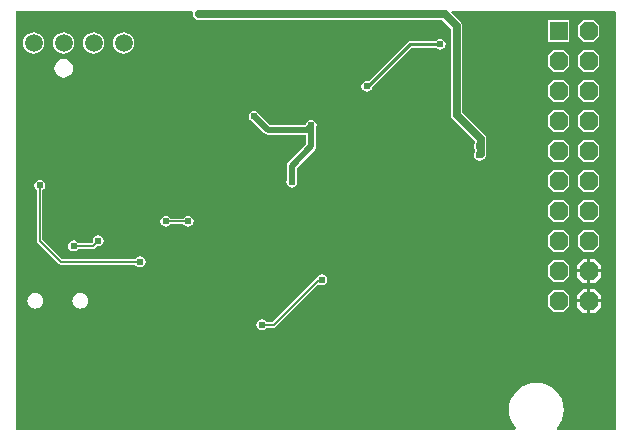
<source format=gbl>
%FSLAX25Y25*%
%MOIN*%
G70*
G01*
G75*
G04 Layer_Physical_Order=2*
G04 Layer_Color=16711680*
%ADD10R,0.03000X0.09400*%
%ADD11R,0.06300X0.10700*%
%ADD12R,0.09500X0.10300*%
%ADD13O,0.00787X0.02559*%
%ADD14O,0.02559X0.00787*%
%ADD15R,0.18504X0.18504*%
%ADD16R,0.01575X0.06000*%
%ADD17O,0.01575X0.06000*%
%ADD18R,0.07087X0.03937*%
%ADD19R,0.04331X0.04724*%
%ADD20R,0.14200X0.08700*%
%ADD21R,0.04800X0.08800*%
%ADD22R,0.04800X0.01600*%
%ADD23R,0.06693X0.03150*%
%ADD24R,0.03150X0.06693*%
%ADD25R,0.04400X0.04000*%
%ADD26R,0.04000X0.04400*%
%ADD27R,0.03200X0.03600*%
%ADD28R,0.02800X0.04800*%
%ADD29R,0.05512X0.11811*%
%ADD30R,0.02559X0.01969*%
%ADD31R,0.02953X0.03150*%
%ADD32R,0.01969X0.02284*%
%ADD33R,0.02362X0.03937*%
%ADD34R,0.04921X0.07087*%
%ADD35R,0.02362X0.01969*%
%ADD36R,0.10700X0.06300*%
%ADD37R,0.01969X0.02362*%
%ADD38C,0.00600*%
%ADD39C,0.02500*%
%ADD40C,0.01200*%
%ADD41C,0.00800*%
%ADD42C,0.05000*%
%ADD43C,0.01000*%
%ADD44C,0.02000*%
%ADD45C,0.04500*%
%ADD46C,0.03700*%
%ADD47C,0.05906*%
G04:AMPARAMS|DCode=48|XSize=60mil|YSize=60mil|CornerRadius=0mil|HoleSize=0mil|Usage=FLASHONLY|Rotation=270.000|XOffset=0mil|YOffset=0mil|HoleType=Round|Shape=Octagon|*
%AMOCTAGOND48*
4,1,8,-0.01500,-0.03000,0.01500,-0.03000,0.03000,-0.01500,0.03000,0.01500,0.01500,0.03000,-0.01500,0.03000,-0.03000,0.01500,-0.03000,-0.01500,-0.01500,-0.03000,0.0*
%
%ADD48OCTAGOND48*%

%ADD49R,0.06000X0.06000*%
%ADD50C,0.02400*%
%ADD51C,0.02598*%
G36*
X680200Y278146D02*
Y139100D01*
X660525D01*
X660289Y139600D01*
X661117Y140609D01*
X661958Y142184D01*
X662477Y143892D01*
X662652Y145669D01*
X662477Y147446D01*
X661958Y149155D01*
X661117Y150730D01*
X659984Y152110D01*
X658604Y153243D01*
X657029Y154084D01*
X655320Y154603D01*
X653543Y154778D01*
X651766Y154603D01*
X650058Y154084D01*
X648483Y153243D01*
X647103Y152110D01*
X645970Y150730D01*
X645128Y149155D01*
X644610Y147446D01*
X644435Y145669D01*
X644610Y143892D01*
X645128Y142184D01*
X645970Y140609D01*
X646798Y139600D01*
X646561Y139100D01*
X480353Y139100D01*
X480000Y139453D01*
X480000Y278500D01*
X538888D01*
X539213Y278000D01*
X539114Y277500D01*
X539257Y276778D01*
X539666Y276166D01*
X540278Y275757D01*
X541000Y275614D01*
X622219D01*
X625114Y272719D01*
Y244000D01*
X625257Y243278D01*
X625666Y242666D01*
X633114Y235219D01*
Y234516D01*
X632904Y234202D01*
X632765Y233500D01*
X632904Y232798D01*
X633114Y232484D01*
Y231516D01*
X632904Y231202D01*
X632765Y230500D01*
X632904Y229798D01*
X633302Y229202D01*
X633898Y228804D01*
X634600Y228665D01*
X635302Y228804D01*
X635898Y229202D01*
X635985Y229333D01*
X636334Y229566D01*
X636743Y230178D01*
X636886Y230900D01*
Y236000D01*
X636743Y236722D01*
X636334Y237334D01*
X628886Y244781D01*
Y273500D01*
X628743Y274222D01*
X628607Y274425D01*
X628334Y274834D01*
X625130Y278038D01*
X625321Y278500D01*
X679846D01*
X680200Y278146D01*
D02*
G37*
%LPC*%
G36*
X488000Y222335D02*
X487298Y222196D01*
X486702Y221798D01*
X486304Y221202D01*
X486165Y220500D01*
X486304Y219798D01*
X486702Y219202D01*
X487082Y218948D01*
Y202000D01*
X487152Y201649D01*
X487351Y201351D01*
X494351Y194351D01*
X494649Y194152D01*
X494707Y194141D01*
X495000Y194082D01*
X519948D01*
X520202Y193702D01*
X520798Y193304D01*
X521500Y193165D01*
X522202Y193304D01*
X522798Y193702D01*
X523196Y194298D01*
X523335Y195000D01*
X523196Y195702D01*
X522798Y196298D01*
X522202Y196696D01*
X521500Y196835D01*
X520798Y196696D01*
X520202Y196298D01*
X519948Y195918D01*
X495380D01*
X488918Y202380D01*
Y218948D01*
X489298Y219202D01*
X489696Y219798D01*
X489835Y220500D01*
X489696Y221202D01*
X489298Y221798D01*
X488702Y222196D01*
X488000Y222335D01*
D02*
G37*
G36*
X673000Y196000D02*
X671500D01*
Y192500D01*
X675000D01*
Y194000D01*
X673000Y196000D01*
D02*
G37*
G36*
X662800Y195600D02*
X659200D01*
X657400Y193800D01*
Y190200D01*
X659200Y188400D01*
X662800D01*
X664600Y190200D01*
Y193800D01*
X662800Y195600D01*
D02*
G37*
G36*
X670500Y196000D02*
X669000D01*
X667000Y194000D01*
Y192500D01*
X670500D01*
Y196000D01*
D02*
G37*
G36*
X662800Y215600D02*
X659200D01*
X657400Y213800D01*
Y210200D01*
X659200Y208400D01*
X662800D01*
X664600Y210200D01*
Y213800D01*
X662800Y215600D01*
D02*
G37*
G36*
X672800D02*
X669200D01*
X667400Y213800D01*
Y210200D01*
X669200Y208400D01*
X672800D01*
X674600Y210200D01*
Y213800D01*
X672800Y215600D01*
D02*
G37*
G36*
X507500Y203835D02*
X506798Y203696D01*
X506202Y203298D01*
X505804Y202702D01*
X505665Y202000D01*
X505747Y201589D01*
X505419Y201222D01*
X500849D01*
X500595Y201602D01*
X500000Y202000D01*
X499298Y202140D01*
X498595Y202000D01*
X498000Y201602D01*
X497602Y201007D01*
X497462Y200304D01*
X497602Y199602D01*
X498000Y199007D01*
X498595Y198609D01*
X499298Y198469D01*
X500000Y198609D01*
X500595Y199007D01*
X500849Y199387D01*
X505804D01*
X506156Y199457D01*
X506453Y199656D01*
X507052Y200254D01*
X507500Y200165D01*
X508202Y200304D01*
X508798Y200702D01*
X509196Y201298D01*
X509335Y202000D01*
X509196Y202702D01*
X508798Y203298D01*
X508202Y203696D01*
X507500Y203835D01*
D02*
G37*
G36*
X662800Y205600D02*
X659200D01*
X657400Y203800D01*
Y200200D01*
X659200Y198400D01*
X662800D01*
X664600Y200200D01*
Y203800D01*
X662800Y205600D01*
D02*
G37*
G36*
X672800D02*
X669200D01*
X667400Y203800D01*
Y200200D01*
X669200Y198400D01*
X672800D01*
X674600Y200200D01*
Y203800D01*
X672800Y205600D01*
D02*
G37*
G36*
X486500Y184591D02*
X485829Y184502D01*
X485205Y184244D01*
X484668Y183832D01*
X484256Y183295D01*
X483998Y182670D01*
X483909Y182000D01*
X483998Y181330D01*
X484256Y180705D01*
X484668Y180168D01*
X485205Y179756D01*
X485829Y179498D01*
X486500Y179409D01*
X487171Y179498D01*
X487795Y179756D01*
X488332Y180168D01*
X488744Y180705D01*
X489002Y181330D01*
X489091Y182000D01*
X489002Y182670D01*
X488744Y183295D01*
X488332Y183832D01*
X487795Y184244D01*
X487171Y184502D01*
X486500Y184591D01*
D02*
G37*
G36*
X501500D02*
X500830Y184502D01*
X500205Y184244D01*
X499668Y183832D01*
X499256Y183295D01*
X498998Y182670D01*
X498909Y182000D01*
X498998Y181330D01*
X499256Y180705D01*
X499668Y180168D01*
X500205Y179756D01*
X500830Y179498D01*
X501500Y179409D01*
X502171Y179498D01*
X502795Y179756D01*
X503332Y180168D01*
X503744Y180705D01*
X504002Y181330D01*
X504091Y182000D01*
X504002Y182670D01*
X503744Y183295D01*
X503332Y183832D01*
X502795Y184244D01*
X502171Y184502D01*
X501500Y184591D01*
D02*
G37*
G36*
X662800Y185600D02*
X659200D01*
X657400Y183800D01*
Y180200D01*
X659200Y178400D01*
X662800D01*
X664600Y180200D01*
Y183800D01*
X662800Y185600D01*
D02*
G37*
G36*
X670500Y181500D02*
X667000D01*
Y180000D01*
X669000Y178000D01*
X670500D01*
Y181500D01*
D02*
G37*
G36*
X675000D02*
X671500D01*
Y178000D01*
X673000D01*
X675000Y180000D01*
Y181500D01*
D02*
G37*
G36*
X670500Y191500D02*
X667000D01*
Y190000D01*
X669000Y188000D01*
X670500D01*
Y191500D01*
D02*
G37*
G36*
X675000D02*
X671500D01*
Y188000D01*
X673000D01*
X675000Y190000D01*
Y191500D01*
D02*
G37*
G36*
X582000Y190835D02*
X581298Y190696D01*
X580702Y190298D01*
X580304Y189702D01*
X580280Y189577D01*
X565620Y174918D01*
X563552D01*
X563298Y175298D01*
X562702Y175696D01*
X562000Y175835D01*
X561298Y175696D01*
X560702Y175298D01*
X560304Y174702D01*
X560165Y174000D01*
X560304Y173298D01*
X560702Y172702D01*
X561298Y172304D01*
X562000Y172165D01*
X562702Y172304D01*
X563298Y172702D01*
X563552Y173082D01*
X566000D01*
X566351Y173152D01*
X566649Y173351D01*
X580881Y187583D01*
X581298Y187304D01*
X582000Y187165D01*
X582702Y187304D01*
X583298Y187702D01*
X583696Y188298D01*
X583835Y189000D01*
X583696Y189702D01*
X583298Y190298D01*
X582702Y190696D01*
X582000Y190835D01*
D02*
G37*
G36*
X670500Y186000D02*
X669000D01*
X667000Y184000D01*
Y182500D01*
X670500D01*
Y186000D01*
D02*
G37*
G36*
X673000D02*
X671500D01*
Y182500D01*
X675000D01*
Y184000D01*
X673000Y186000D01*
D02*
G37*
G36*
X537500Y210335D02*
X536798Y210196D01*
X536202Y209798D01*
X535948Y209418D01*
X531552D01*
X531298Y209798D01*
X530702Y210196D01*
X530000Y210335D01*
X529298Y210196D01*
X528702Y209798D01*
X528304Y209202D01*
X528165Y208500D01*
X528304Y207798D01*
X528702Y207202D01*
X529298Y206804D01*
X530000Y206665D01*
X530702Y206804D01*
X531298Y207202D01*
X531552Y207582D01*
X535948D01*
X536202Y207202D01*
X536798Y206804D01*
X537500Y206665D01*
X538202Y206804D01*
X538798Y207202D01*
X539196Y207798D01*
X539335Y208500D01*
X539196Y209202D01*
X538798Y209798D01*
X538202Y210196D01*
X537500Y210335D01*
D02*
G37*
G36*
X486000Y271583D02*
X485073Y271461D01*
X484208Y271103D01*
X483466Y270534D01*
X482897Y269792D01*
X482539Y268927D01*
X482417Y268000D01*
X482539Y267073D01*
X482897Y266208D01*
X483466Y265466D01*
X484208Y264897D01*
X485073Y264539D01*
X486000Y264417D01*
X486928Y264539D01*
X487792Y264897D01*
X488534Y265466D01*
X489103Y266208D01*
X489461Y267073D01*
X489583Y268000D01*
X489461Y268927D01*
X489103Y269792D01*
X488534Y270534D01*
X487792Y271103D01*
X486928Y271461D01*
X486000Y271583D01*
D02*
G37*
G36*
X496000D02*
X495073Y271461D01*
X494208Y271103D01*
X493466Y270534D01*
X492897Y269792D01*
X492539Y268927D01*
X492417Y268000D01*
X492539Y267073D01*
X492897Y266208D01*
X493466Y265466D01*
X494208Y264897D01*
X495073Y264539D01*
X496000Y264417D01*
X496927Y264539D01*
X497792Y264897D01*
X498534Y265466D01*
X499103Y266208D01*
X499461Y267073D01*
X499583Y268000D01*
X499461Y268927D01*
X499103Y269792D01*
X498534Y270534D01*
X497792Y271103D01*
X496927Y271461D01*
X496000Y271583D01*
D02*
G37*
G36*
X662800Y265600D02*
X659200D01*
X657400Y263800D01*
Y260200D01*
X659200Y258400D01*
X662800D01*
X664600Y260200D01*
Y263800D01*
X662800Y265600D01*
D02*
G37*
G36*
X672800D02*
X669200D01*
X667400Y263800D01*
Y260200D01*
X669200Y258400D01*
X672800D01*
X674600Y260200D01*
Y263800D01*
X672800Y265600D01*
D02*
G37*
G36*
X506000Y271583D02*
X505072Y271461D01*
X504208Y271103D01*
X503466Y270534D01*
X502897Y269792D01*
X502539Y268927D01*
X502417Y268000D01*
X502539Y267073D01*
X502897Y266208D01*
X503466Y265466D01*
X504208Y264897D01*
X505072Y264539D01*
X506000Y264417D01*
X506927Y264539D01*
X507792Y264897D01*
X508534Y265466D01*
X509103Y266208D01*
X509461Y267073D01*
X509583Y268000D01*
X509461Y268927D01*
X509103Y269792D01*
X508534Y270534D01*
X507792Y271103D01*
X506927Y271461D01*
X506000Y271583D01*
D02*
G37*
G36*
X672800Y275600D02*
X669200D01*
X667400Y273800D01*
Y270200D01*
X669200Y268400D01*
X672800D01*
X674600Y270200D01*
Y273800D01*
X672800Y275600D01*
D02*
G37*
G36*
X621500Y269335D02*
X620798Y269196D01*
X620202Y268798D01*
X620085Y268621D01*
X611500D01*
X611500Y268622D01*
X611071Y268536D01*
X610707Y268293D01*
X597625Y255211D01*
X597000Y255335D01*
X596298Y255196D01*
X595702Y254798D01*
X595304Y254202D01*
X595165Y253500D01*
X595304Y252798D01*
X595702Y252202D01*
X596298Y251804D01*
X597000Y251665D01*
X597702Y251804D01*
X598298Y252202D01*
X598696Y252798D01*
X598773Y253187D01*
X611965Y266378D01*
X620085D01*
X620202Y266202D01*
X620798Y265804D01*
X621500Y265665D01*
X622202Y265804D01*
X622798Y266202D01*
X623196Y266798D01*
X623335Y267500D01*
X623196Y268202D01*
X622798Y268798D01*
X622202Y269196D01*
X621500Y269335D01*
D02*
G37*
G36*
X516000Y271583D02*
X515072Y271461D01*
X514208Y271103D01*
X513466Y270534D01*
X512897Y269792D01*
X512539Y268927D01*
X512417Y268000D01*
X512539Y267073D01*
X512897Y266208D01*
X513466Y265466D01*
X514208Y264897D01*
X515072Y264539D01*
X516000Y264417D01*
X516927Y264539D01*
X517792Y264897D01*
X518534Y265466D01*
X519103Y266208D01*
X519461Y267073D01*
X519583Y268000D01*
X519461Y268927D01*
X519103Y269792D01*
X518534Y270534D01*
X517792Y271103D01*
X516927Y271461D01*
X516000Y271583D01*
D02*
G37*
G36*
X664600Y275600D02*
X657400D01*
Y268400D01*
X664600D01*
Y275600D01*
D02*
G37*
G36*
X496000Y262583D02*
X495201Y262478D01*
X494456Y262170D01*
X493817Y261679D01*
X493327Y261040D01*
X493018Y260295D01*
X492913Y259496D01*
X493018Y258697D01*
X493327Y257952D01*
X493817Y257313D01*
X494456Y256823D01*
X495201Y256514D01*
X496000Y256409D01*
X496799Y256514D01*
X497543Y256823D01*
X498183Y257313D01*
X498673Y257952D01*
X498982Y258697D01*
X499087Y259496D01*
X498982Y260295D01*
X498673Y261040D01*
X498183Y261679D01*
X497543Y262170D01*
X496799Y262478D01*
X496000Y262583D01*
D02*
G37*
G36*
X559500Y245335D02*
X558798Y245196D01*
X558202Y244798D01*
X557804Y244202D01*
X557665Y243500D01*
X557804Y242798D01*
X558202Y242202D01*
X558798Y241804D01*
X558911Y241782D01*
X562847Y237846D01*
X563376Y237493D01*
X564000Y237369D01*
X576869D01*
Y234176D01*
X570858Y228165D01*
X570505Y227636D01*
X570380Y227012D01*
Y222310D01*
X570316Y222214D01*
X570177Y221512D01*
X570316Y220810D01*
X570714Y220214D01*
X571310Y219816D01*
X572012Y219676D01*
X572714Y219816D01*
X573310Y220214D01*
X573707Y220810D01*
X573847Y221512D01*
X573707Y222214D01*
X573643Y222310D01*
Y226336D01*
X579654Y232347D01*
X580007Y232876D01*
X580131Y233500D01*
Y239702D01*
X580196Y239798D01*
X580335Y240500D01*
X580196Y241202D01*
X579798Y241798D01*
X579202Y242196D01*
X578500Y242335D01*
X577798Y242196D01*
X577202Y241798D01*
X576804Y241202D01*
X576782Y241089D01*
X576324Y240631D01*
X564676D01*
X561218Y244089D01*
X561196Y244202D01*
X560798Y244798D01*
X560202Y245196D01*
X559500Y245335D01*
D02*
G37*
G36*
X662800Y235600D02*
X659200D01*
X657400Y233800D01*
Y230200D01*
X659200Y228400D01*
X662800D01*
X664600Y230200D01*
Y233800D01*
X662800Y235600D01*
D02*
G37*
G36*
Y225600D02*
X659200D01*
X657400Y223800D01*
Y220200D01*
X659200Y218400D01*
X662800D01*
X664600Y220200D01*
Y223800D01*
X662800Y225600D01*
D02*
G37*
G36*
X672800D02*
X669200D01*
X667400Y223800D01*
Y220200D01*
X669200Y218400D01*
X672800D01*
X674600Y220200D01*
Y223800D01*
X672800Y225600D01*
D02*
G37*
G36*
Y235600D02*
X669200D01*
X667400Y233800D01*
Y230200D01*
X669200Y228400D01*
X672800D01*
X674600Y230200D01*
Y233800D01*
X672800Y235600D01*
D02*
G37*
G36*
X662800Y255600D02*
X659200D01*
X657400Y253800D01*
Y250200D01*
X659200Y248400D01*
X662800D01*
X664600Y250200D01*
Y253800D01*
X662800Y255600D01*
D02*
G37*
G36*
X672800D02*
X669200D01*
X667400Y253800D01*
Y250200D01*
X669200Y248400D01*
X672800D01*
X674600Y250200D01*
Y253800D01*
X672800Y255600D01*
D02*
G37*
G36*
X662800Y245600D02*
X659200D01*
X657400Y243800D01*
Y240200D01*
X659200Y238400D01*
X662800D01*
X664600Y240200D01*
Y243800D01*
X662800Y245600D01*
D02*
G37*
G36*
X672800D02*
X669200D01*
X667400Y243800D01*
Y240200D01*
X669200Y238400D01*
X672800D01*
X674600Y240200D01*
Y243800D01*
X672800Y245600D01*
D02*
G37*
%LPD*%
D38*
X530000Y208500D02*
X537500D01*
X581000Y189000D02*
X582000D01*
X566000Y174000D02*
X581000Y189000D01*
X562000Y174000D02*
X566000D01*
X505804Y200304D02*
X507500Y202000D01*
X499298Y200304D02*
X505804D01*
X495000Y195000D02*
X521500D01*
X488000Y202000D02*
X495000Y195000D01*
X488000Y202000D02*
Y220500D01*
D39*
X635000Y230900D02*
Y236000D01*
X541000Y277500D02*
X543500D01*
X623000D02*
X627000Y273500D01*
X543500Y277500D02*
X623000D01*
X627000Y244000D02*
Y273500D01*
Y244000D02*
X635000Y236000D01*
D43*
X611500Y267500D02*
X621500D01*
X597500Y253500D02*
X611500Y267500D01*
X597000Y253500D02*
X597500D01*
D44*
X559500Y243500D02*
X564000Y239000D01*
X572012Y221512D02*
Y227012D01*
X578500Y233500D01*
X564000Y239000D02*
X577000D01*
X578500Y240500D01*
Y233500D02*
Y240500D01*
D47*
X516000Y268000D02*
D03*
X506000D02*
D03*
X496000D02*
D03*
X486000D02*
D03*
D48*
X671000Y182000D02*
D03*
X661000D02*
D03*
X671000Y192000D02*
D03*
X661000D02*
D03*
X671000Y202000D02*
D03*
X661000D02*
D03*
X671000Y212000D02*
D03*
X661000D02*
D03*
X671000Y222000D02*
D03*
X661000D02*
D03*
X671000Y232000D02*
D03*
X661000D02*
D03*
X671000Y242000D02*
D03*
X661000D02*
D03*
X671000Y252000D02*
D03*
X661000D02*
D03*
X671000Y262000D02*
D03*
X661000D02*
D03*
X671000Y272000D02*
D03*
D49*
X661000D02*
D03*
D50*
X594000Y203500D02*
D03*
X602000Y209500D02*
D03*
Y212500D02*
D03*
X602500Y202000D02*
D03*
X596000Y182500D02*
D03*
Y174500D02*
D03*
X651500Y194000D02*
D03*
X642500D02*
D03*
X656000Y187000D02*
D03*
Y163500D02*
D03*
Y172000D02*
D03*
X647000Y194000D02*
D03*
X634600Y230500D02*
D03*
X631000Y204000D02*
D03*
X627000D02*
D03*
X631000Y189000D02*
D03*
X627000D02*
D03*
X631000Y192500D02*
D03*
X627000D02*
D03*
X631000Y181500D02*
D03*
Y196500D02*
D03*
X536000Y228000D02*
D03*
Y225000D02*
D03*
Y222000D02*
D03*
X535500Y219000D02*
D03*
X532500D02*
D03*
X530000Y208500D02*
D03*
X537500D02*
D03*
X543000Y250500D02*
D03*
X525000D02*
D03*
X540500Y259500D02*
D03*
X537500D02*
D03*
X534500D02*
D03*
X531500D02*
D03*
X528500D02*
D03*
X634600Y233500D02*
D03*
X541000Y277500D02*
D03*
X543500D02*
D03*
X596000Y156500D02*
D03*
X595500Y148000D02*
D03*
X595000Y140000D02*
D03*
X585000D02*
D03*
X575000D02*
D03*
X555000D02*
D03*
X481000Y155000D02*
D03*
Y145000D02*
D03*
X485000Y140000D02*
D03*
X495000D02*
D03*
X505000D02*
D03*
X515000D02*
D03*
X525000D02*
D03*
X535000D02*
D03*
X545000D02*
D03*
X568000Y157000D02*
D03*
Y161000D02*
D03*
X569000Y169000D02*
D03*
X571000Y154000D02*
D03*
X555000D02*
D03*
X529500Y219000D02*
D03*
X582000Y189000D02*
D03*
X562000Y174000D02*
D03*
X521500Y195000D02*
D03*
X527500Y221000D02*
D03*
X481500Y182500D02*
D03*
X497000D02*
D03*
X635000Y236000D02*
D03*
X530308Y203563D02*
D03*
X596000Y165000D02*
D03*
X568000Y258000D02*
D03*
X543000Y244000D02*
D03*
X641000Y215000D02*
D03*
Y204000D02*
D03*
X585000Y211000D02*
D03*
X583308Y178563D02*
D03*
X579000Y182500D02*
D03*
X585308Y174563D02*
D03*
X529500Y194500D02*
D03*
X571308Y201563D02*
D03*
Y183563D02*
D03*
X581500Y158500D02*
D03*
X555500Y208000D02*
D03*
X547500Y157500D02*
D03*
X542500D02*
D03*
X550500D02*
D03*
X588308Y162563D02*
D03*
X584308Y158563D02*
D03*
X627000Y172000D02*
D03*
Y168000D02*
D03*
Y176000D02*
D03*
Y181500D02*
D03*
X637000D02*
D03*
Y187500D02*
D03*
X602500Y205500D02*
D03*
X627000Y200500D02*
D03*
X631000Y185000D02*
D03*
X607000Y222000D02*
D03*
X631000Y200500D02*
D03*
X572012Y221512D02*
D03*
X559500Y243500D02*
D03*
X550500Y154000D02*
D03*
X537500Y157500D02*
D03*
X532500D02*
D03*
X555000Y144000D02*
D03*
X571000D02*
D03*
X576000Y161000D02*
D03*
X527500Y156100D02*
D03*
X526500Y160300D02*
D03*
Y164500D02*
D03*
X605000Y140000D02*
D03*
X615000D02*
D03*
X625000D02*
D03*
X635000D02*
D03*
X492000Y182500D02*
D03*
X632000Y176000D02*
D03*
Y172000D02*
D03*
Y168000D02*
D03*
X627000Y196500D02*
D03*
Y185000D02*
D03*
X578500Y240500D02*
D03*
X648000Y258500D02*
D03*
X651000D02*
D03*
X604500Y250500D02*
D03*
X507500Y202000D02*
D03*
X499298Y200304D02*
D03*
X488000Y220500D02*
D03*
X621500Y267500D02*
D03*
X597000Y253500D02*
D03*
D51*
X549895Y189150D02*
D03*
Y184425D02*
D03*
Y179701D02*
D03*
Y174976D02*
D03*
X545171Y189150D02*
D03*
Y184425D02*
D03*
Y179701D02*
D03*
Y174976D02*
D03*
X540446Y189150D02*
D03*
Y184425D02*
D03*
Y179701D02*
D03*
Y174976D02*
D03*
X535722Y189150D02*
D03*
Y184425D02*
D03*
Y179701D02*
D03*
Y174976D02*
D03*
M02*

</source>
